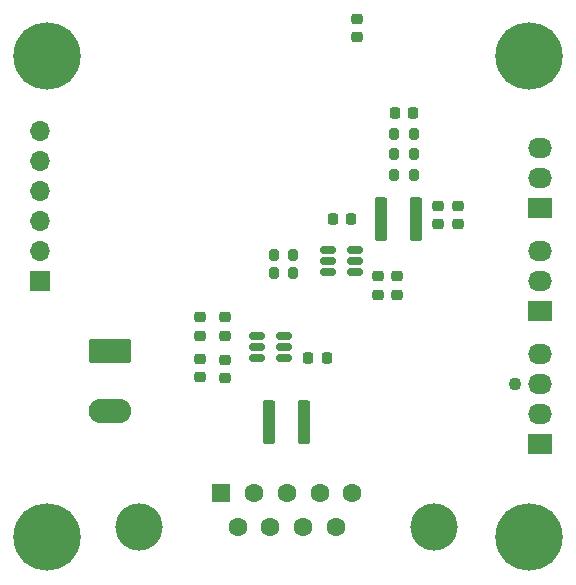
<source format=gbr>
%TF.GenerationSoftware,KiCad,Pcbnew,9.0.0*%
%TF.CreationDate,2025-03-19T13:45:40+03:00*%
%TF.ProjectId,End_striyel Sens_r Mod_l_,456e64fc-7374-4726-9979-656c2053656e,rev?*%
%TF.SameCoordinates,Original*%
%TF.FileFunction,Soldermask,Bot*%
%TF.FilePolarity,Negative*%
%FSLAX46Y46*%
G04 Gerber Fmt 4.6, Leading zero omitted, Abs format (unit mm)*
G04 Created by KiCad (PCBNEW 9.0.0) date 2025-03-19 13:45:40*
%MOMM*%
%LPD*%
G01*
G04 APERTURE LIST*
G04 Aperture macros list*
%AMRoundRect*
0 Rectangle with rounded corners*
0 $1 Rounding radius*
0 $2 $3 $4 $5 $6 $7 $8 $9 X,Y pos of 4 corners*
0 Add a 4 corners polygon primitive as box body*
4,1,4,$2,$3,$4,$5,$6,$7,$8,$9,$2,$3,0*
0 Add four circle primitives for the rounded corners*
1,1,$1+$1,$2,$3*
1,1,$1+$1,$4,$5*
1,1,$1+$1,$6,$7*
1,1,$1+$1,$8,$9*
0 Add four rect primitives between the rounded corners*
20,1,$1+$1,$2,$3,$4,$5,0*
20,1,$1+$1,$4,$5,$6,$7,0*
20,1,$1+$1,$6,$7,$8,$9,0*
20,1,$1+$1,$8,$9,$2,$3,0*%
G04 Aperture macros list end*
%ADD10C,3.600000*%
%ADD11C,5.700000*%
%ADD12R,1.700000X1.700000*%
%ADD13O,1.700000X1.700000*%
%ADD14C,4.000000*%
%ADD15R,1.600000X1.600000*%
%ADD16C,1.600000*%
%ADD17RoundRect,0.249999X-1.550001X0.790001X-1.550001X-0.790001X1.550001X-0.790001X1.550001X0.790001X0*%
%ADD18O,3.600000X2.080000*%
%ADD19R,2.030000X1.730000*%
%ADD20O,2.030000X1.730000*%
%ADD21C,1.100000*%
%ADD22RoundRect,0.250000X0.300000X1.600000X-0.300000X1.600000X-0.300000X-1.600000X0.300000X-1.600000X0*%
%ADD23RoundRect,0.225000X-0.250000X0.225000X-0.250000X-0.225000X0.250000X-0.225000X0.250000X0.225000X0*%
%ADD24RoundRect,0.225000X0.250000X-0.225000X0.250000X0.225000X-0.250000X0.225000X-0.250000X-0.225000X0*%
%ADD25RoundRect,0.200000X-0.200000X-0.275000X0.200000X-0.275000X0.200000X0.275000X-0.200000X0.275000X0*%
%ADD26RoundRect,0.225000X-0.225000X-0.250000X0.225000X-0.250000X0.225000X0.250000X-0.225000X0.250000X0*%
%ADD27RoundRect,0.200000X0.200000X0.275000X-0.200000X0.275000X-0.200000X-0.275000X0.200000X-0.275000X0*%
%ADD28RoundRect,0.150000X-0.512500X-0.150000X0.512500X-0.150000X0.512500X0.150000X-0.512500X0.150000X0*%
%ADD29RoundRect,0.150000X0.512500X0.150000X-0.512500X0.150000X-0.512500X-0.150000X0.512500X-0.150000X0*%
%ADD30RoundRect,0.250000X-0.300000X-1.600000X0.300000X-1.600000X0.300000X1.600000X-0.300000X1.600000X0*%
G04 APERTURE END LIST*
D10*
%TO.C,H2*%
X131125000Y-109600000D03*
D11*
X131125000Y-109600000D03*
%TD*%
D10*
%TO.C,H1*%
X131125000Y-68850000D03*
D11*
X131125000Y-68850000D03*
%TD*%
D12*
%TO.C,J1*%
X130500000Y-87884000D03*
D13*
X130500000Y-85344000D03*
X130500000Y-82804000D03*
X130500000Y-80264000D03*
X130500000Y-77724000D03*
X130500000Y-75184000D03*
%TD*%
D14*
%TO.C,J5*%
X138895000Y-108690000D03*
X163895000Y-108690000D03*
D15*
X145855000Y-105850000D03*
D16*
X148625000Y-105850000D03*
X151395000Y-105850000D03*
X154165000Y-105850000D03*
X156935000Y-105850000D03*
X147240000Y-108690000D03*
X150010000Y-108690000D03*
X152780000Y-108690000D03*
X155550000Y-108690000D03*
%TD*%
D10*
%TO.C,H3*%
X171875000Y-109600000D03*
D11*
X171875000Y-109600000D03*
%TD*%
D17*
%TO.C,J2*%
X136467100Y-93827600D03*
D18*
X136467100Y-98907600D03*
%TD*%
D10*
%TO.C,H4*%
X171875000Y-68850000D03*
D11*
X171875000Y-68850000D03*
%TD*%
D19*
%TO.C,J3*%
X172875000Y-90465000D03*
D20*
X172875000Y-87925000D03*
X172875000Y-85385000D03*
%TD*%
D19*
%TO.C,J6*%
X172875000Y-81715000D03*
D20*
X172875000Y-79175000D03*
X172875000Y-76635000D03*
%TD*%
D21*
%TO.C,J4*%
X170715000Y-96595000D03*
D19*
X172875000Y-101675000D03*
D20*
X172875000Y-99135000D03*
X172875000Y-96595000D03*
X172875000Y-94055000D03*
%TD*%
D22*
%TO.C,L2*%
X152875000Y-99850000D03*
X149875000Y-99850000D03*
%TD*%
D23*
%TO.C,C2*%
X157375000Y-65725000D03*
X157375000Y-67275000D03*
%TD*%
D24*
%TO.C,C13*%
X146125000Y-96125000D03*
X146125000Y-94575000D03*
%TD*%
D25*
%TO.C,R4*%
X150300000Y-87200000D03*
X151950000Y-87200000D03*
%TD*%
%TO.C,R7*%
X160500000Y-77150000D03*
X162150000Y-77150000D03*
%TD*%
D23*
%TO.C,C5*%
X160750000Y-87500000D03*
X160750000Y-89050000D03*
%TD*%
D26*
%TO.C,C9*%
X155300000Y-82625000D03*
X156850000Y-82625000D03*
%TD*%
D27*
%TO.C,R8*%
X162150000Y-75475000D03*
X160500000Y-75475000D03*
%TD*%
D28*
%TO.C,U3*%
X148850000Y-94450000D03*
X148850000Y-93500000D03*
X148850000Y-92550000D03*
X151125000Y-92550000D03*
X151125000Y-93500000D03*
X151125000Y-94450000D03*
%TD*%
D29*
%TO.C,U2*%
X157200000Y-85225000D03*
X157200000Y-86175000D03*
X157200000Y-87125000D03*
X154925000Y-87125000D03*
X154925000Y-86175000D03*
X154925000Y-85225000D03*
%TD*%
D23*
%TO.C,C15*%
X144025000Y-94475000D03*
X144025000Y-96025000D03*
%TD*%
D24*
%TO.C,C8*%
X146125000Y-92525000D03*
X146125000Y-90975000D03*
%TD*%
D30*
%TO.C,L1*%
X159350000Y-82600000D03*
X162350000Y-82600000D03*
%TD*%
D27*
%TO.C,R5*%
X151950000Y-85650000D03*
X150300000Y-85650000D03*
%TD*%
D23*
%TO.C,C11*%
X164200000Y-81550000D03*
X164200000Y-83100000D03*
%TD*%
%TO.C,C12*%
X165850000Y-81550000D03*
X165850000Y-83100000D03*
%TD*%
D26*
%TO.C,C10*%
X153225000Y-94450000D03*
X154775000Y-94450000D03*
%TD*%
D27*
%TO.C,R6*%
X162150000Y-78875000D03*
X160500000Y-78875000D03*
%TD*%
D26*
%TO.C,C14*%
X160550000Y-73700000D03*
X162100000Y-73700000D03*
%TD*%
D23*
%TO.C,C6*%
X159150000Y-87500000D03*
X159150000Y-89050000D03*
%TD*%
D24*
%TO.C,C7*%
X144025000Y-92525000D03*
X144025000Y-90975000D03*
%TD*%
M02*

</source>
